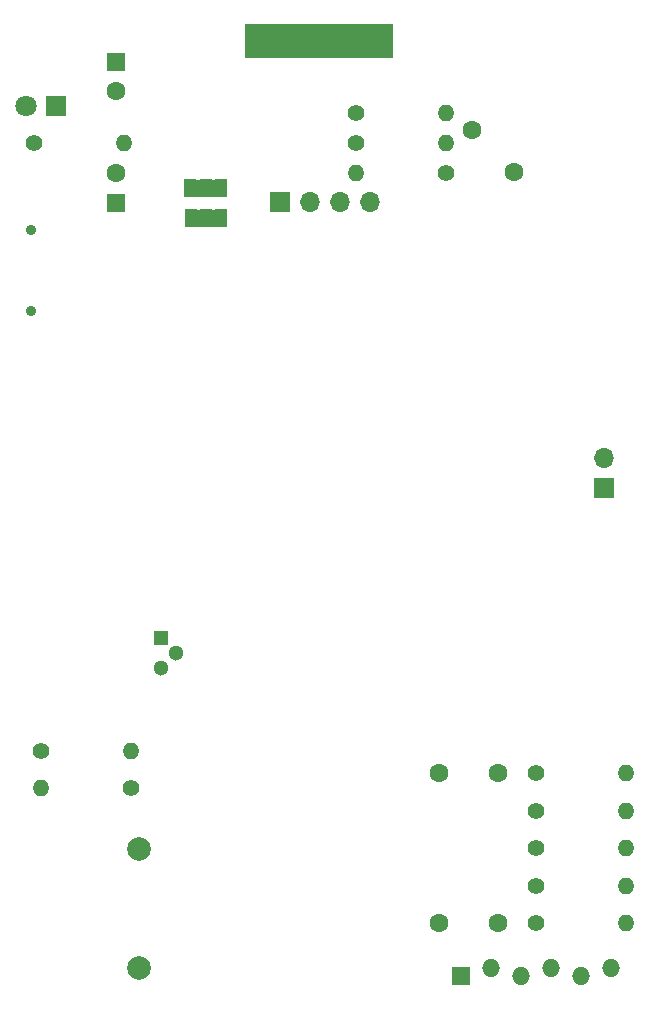
<source format=gbr>
%TF.GenerationSoftware,KiCad,Pcbnew,9.0.0*%
%TF.CreationDate,2025-08-10T17:42:25-03:00*%
%TF.ProjectId,BadgeGaroa_r2,42616467-6547-4617-926f-615f72322e6b,rev?*%
%TF.SameCoordinates,Original*%
%TF.FileFunction,Soldermask,Bot*%
%TF.FilePolarity,Negative*%
%FSLAX46Y46*%
G04 Gerber Fmt 4.6, Leading zero omitted, Abs format (unit mm)*
G04 Created by KiCad (PCBNEW 9.0.0) date 2025-08-10 17:42:25*
%MOMM*%
%LPD*%
G01*
G04 APERTURE LIST*
G04 Aperture macros list*
%AMRoundRect*
0 Rectangle with rounded corners*
0 $1 Rounding radius*
0 $2 $3 $4 $5 $6 $7 $8 $9 X,Y pos of 4 corners*
0 Add a 4 corners polygon primitive as box body*
4,1,4,$2,$3,$4,$5,$6,$7,$8,$9,$2,$3,0*
0 Add four circle primitives for the rounded corners*
1,1,$1+$1,$2,$3*
1,1,$1+$1,$4,$5*
1,1,$1+$1,$6,$7*
1,1,$1+$1,$8,$9*
0 Add four rect primitives between the rounded corners*
20,1,$1+$1,$2,$3,$4,$5,0*
20,1,$1+$1,$4,$5,$6,$7,0*
20,1,$1+$1,$6,$7,$8,$9,0*
20,1,$1+$1,$8,$9,$2,$3,0*%
G04 Aperture macros list end*
%ADD10C,0.000000*%
%ADD11R,1.700000X1.700000*%
%ADD12O,1.700000X1.700000*%
%ADD13R,1.300000X1.300000*%
%ADD14C,1.300000*%
%ADD15C,1.400000*%
%ADD16O,1.400000X1.400000*%
%ADD17C,1.600000*%
%ADD18C,0.900000*%
%ADD19R,1.600000X1.600000*%
%ADD20RoundRect,0.056000X-6.244000X-1.344000X6.244000X-1.344000X6.244000X1.344000X-6.244000X1.344000X0*%
%ADD21R,1.524000X1.524000*%
%ADD22O,1.524000X1.524000*%
%ADD23C,2.000000*%
%ADD24R,1.000000X1.500000*%
%ADD25R,1.800000X1.800000*%
%ADD26C,1.800000*%
G04 APERTURE END LIST*
D10*
%TO.C,JP3*%
G36*
X84336000Y-52108801D02*
G01*
X82736000Y-52108801D01*
X82736000Y-50608799D01*
X84336000Y-50608799D01*
X84336000Y-52108801D01*
G37*
%TO.C,JP2*%
G36*
X84366000Y-54648801D02*
G01*
X82766000Y-54648801D01*
X82766000Y-53148799D01*
X84366000Y-53148799D01*
X84366000Y-54648801D01*
G37*
%TD*%
D11*
%TO.C,OLED1*%
X89799000Y-52501800D03*
D12*
X92339000Y-52501800D03*
X94878999Y-52501800D03*
X97419000Y-52501800D03*
%TD*%
D13*
%TO.C,Q1*%
X79756000Y-89428800D03*
D14*
X81026000Y-90708800D03*
X79756000Y-91968800D03*
%TD*%
D15*
%TO.C,R7*%
X111506000Y-107238800D03*
D16*
X119126000Y-107238800D03*
%TD*%
D15*
%TO.C,R14*%
X96266000Y-47548800D03*
D16*
X103886000Y-47548800D03*
%TD*%
D17*
%TO.C,C4*%
X108291000Y-100888800D03*
X103291000Y-100888800D03*
%TD*%
D18*
%TO.C,SW5*%
X68751000Y-54903800D03*
X68751000Y-61703800D03*
%TD*%
D15*
%TO.C,R5*%
X111506000Y-110413800D03*
D16*
X119126000Y-110413800D03*
%TD*%
D19*
%TO.C,C6*%
X75946000Y-52588800D03*
D17*
X75946000Y-50088800D03*
%TD*%
D15*
%TO.C,R8*%
X111506000Y-100888800D03*
D16*
X119126000Y-100888800D03*
%TD*%
D19*
%TO.C,C7*%
X75946000Y-40628687D03*
D17*
X75946000Y-43128687D03*
%TD*%
D15*
%TO.C,R10*%
X77216000Y-102158800D03*
D16*
X69596000Y-102158800D03*
%TD*%
D15*
%TO.C,R6*%
X68961000Y-47548800D03*
D16*
X76581000Y-47548800D03*
%TD*%
D20*
%TO.C,H1*%
X93101000Y-38832800D03*
%TD*%
D21*
%TO.C,P2*%
X105156000Y-118033800D03*
D22*
X107696000Y-117398800D03*
X110236000Y-118033800D03*
X112776000Y-117398800D03*
X115316000Y-118033800D03*
X117856000Y-117398800D03*
%TD*%
D23*
%TO.C,J2*%
X77871000Y-117318799D03*
X77861000Y-107258800D03*
%TD*%
D15*
%TO.C,R9*%
X69596000Y-98983800D03*
D16*
X77216000Y-98983800D03*
%TD*%
D15*
%TO.C,R3*%
X111506000Y-113588800D03*
D16*
X119126000Y-113588800D03*
%TD*%
D17*
%TO.C,C5*%
X108291000Y-113588800D03*
X103291000Y-113588800D03*
%TD*%
%TO.C,C1*%
X109601000Y-49951567D03*
X106065466Y-46416033D03*
%TD*%
D15*
%TO.C,R11*%
X103886000Y-50088800D03*
D16*
X96266000Y-50088800D03*
%TD*%
D15*
%TO.C,R15*%
X96266000Y-45008800D03*
D16*
X103886000Y-45008800D03*
%TD*%
D15*
%TO.C,R4*%
X111506000Y-104063800D03*
D16*
X119126000Y-104063800D03*
%TD*%
D11*
%TO.C,P1*%
X117221000Y-76758800D03*
D12*
X117221000Y-74218800D03*
%TD*%
D24*
%TO.C,JP3*%
X84836000Y-51358800D03*
X83536000Y-51358800D03*
X82236000Y-51358800D03*
%TD*%
%TO.C,JP2*%
X82266000Y-53898800D03*
X83566000Y-53898800D03*
X84866000Y-53898800D03*
%TD*%
D25*
%TO.C,LD1*%
X70871000Y-44413800D03*
D26*
X68331000Y-44413800D03*
%TD*%
M02*

</source>
